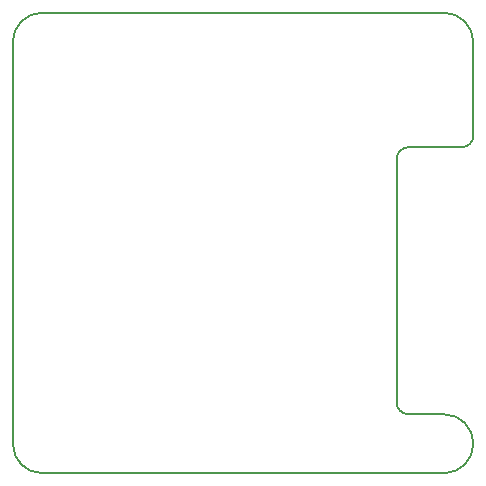
<source format=gbr>
G04 #@! TF.GenerationSoftware,KiCad,Pcbnew,8.0.4*
G04 #@! TF.CreationDate,2025-01-15T23:08:54-08:00*
G04 #@! TF.ProjectId,MIPItoHDMI_Buffered,4d495049-746f-4484-944d-495f42756666,rev?*
G04 #@! TF.SameCoordinates,Original*
G04 #@! TF.FileFunction,Profile,NP*
%FSLAX46Y46*%
G04 Gerber Fmt 4.6, Leading zero omitted, Abs format (unit mm)*
G04 Created by KiCad (PCBNEW 8.0.4) date 2025-01-15 23:08:54*
%MOMM*%
%LPD*%
G01*
G04 APERTURE LIST*
G04 #@! TA.AperFunction,Profile*
%ADD10C,0.200000*%
G04 #@! TD*
G04 APERTURE END LIST*
D10*
X36500000Y-34000000D02*
G75*
G02*
X39000000Y-36500000I0J-2500000D01*
G01*
X39000000Y-10400000D02*
G75*
G02*
X38000000Y-11400000I-1000000J0D01*
G01*
X2500000Y0D02*
X36500000Y0D01*
X2500000Y-39000000D02*
X36500000Y-39000000D01*
X33500000Y-34000000D02*
G75*
G02*
X32500000Y-33000000I0J1000000D01*
G01*
X32500000Y-12400000D02*
X32500000Y-33000000D01*
X36500000Y-34000000D02*
X33500000Y-34000000D01*
X36500000Y0D02*
G75*
G02*
X39000000Y-2500000I0J-2500000D01*
G01*
X0Y-2500000D02*
G75*
G02*
X2500000Y0I2500000J0D01*
G01*
X39000000Y-36500000D02*
G75*
G02*
X36500000Y-39000000I-2500000J0D01*
G01*
X39000000Y-10400000D02*
X39000000Y-2500000D01*
X0Y-2500000D02*
X0Y-36500000D01*
X2500000Y-39000000D02*
G75*
G02*
X0Y-36500000I0J2500000D01*
G01*
X38000000Y-11400000D02*
X33500000Y-11400000D01*
X32500000Y-12400000D02*
G75*
G02*
X33500000Y-11400000I1000000J0D01*
G01*
M02*

</source>
